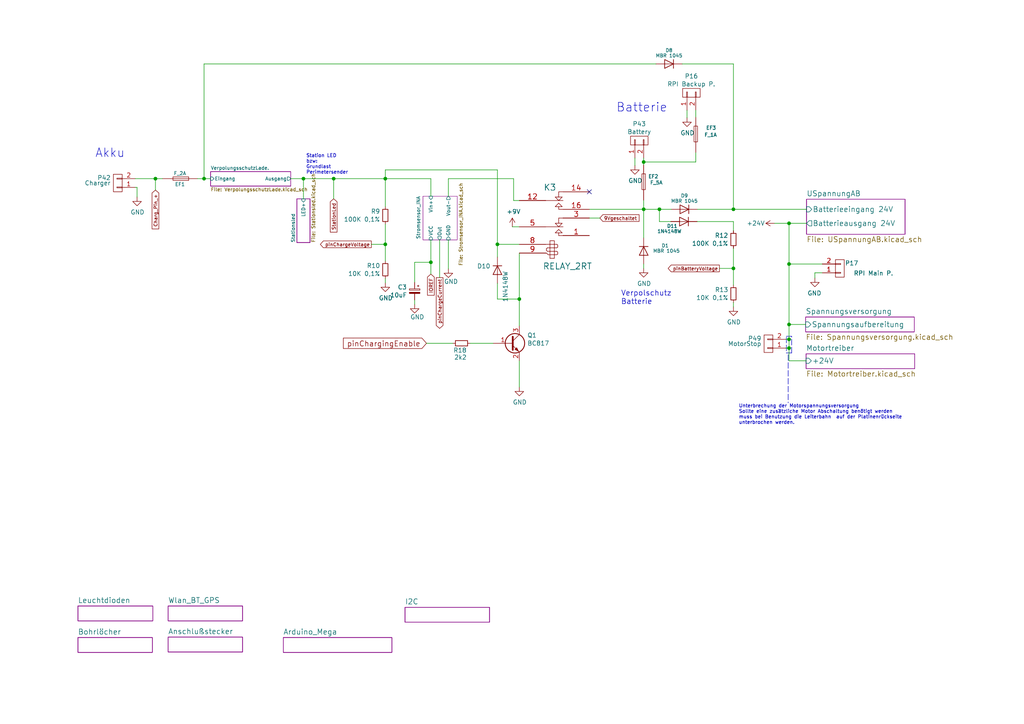
<source format=kicad_sch>
(kicad_sch (version 20220126) (generator eeschema)
  (paper "A4")
  (title_block (title "Ardumower shield SVN Version") (date "2021-01-18") (rev "1.4") (company "ML AG JL BS UZ") (comment 1 "Schaltplan und Layout UweZ") (comment 2 "Unterspannungsschutz von AlexanderG"))
  (lib_symbols
    (symbol "ardumower-mega-shield-svn-rescue:+24V-RESCUE-ardumower_mega_shield_svn" (power) (pin_names (offset 0))
      (property "Value" "+24V-RESCUE-ardumower_mega_shield_svn" (at 0 3.556 0))
      (symbol "+24V-RESCUE-ardumower_mega_shield_svn_0_1"
        (polyline (pts (xy -0.762 1.27) (xy 0 2.54)))
        (polyline (pts (xy 0 0) (xy 0 2.54)))
        (polyline (pts (xy 0 2.54) (xy 0.762 1.27)))
      )
      (symbol "+24V-RESCUE-ardumower_mega_shield_svn_1_1"
        (pin power_in line (at 0 0 90) (length 0) hide (name "+24V") (number "1"))
      )
    )
    (symbol "ardumower-mega-shield-svn-rescue:+9V-RESCUE-ardumower_mega_shield_svn" (power) (pin_names (offset 0))
      (property "Value" "+9V-RESCUE-ardumower_mega_shield_svn" (at 0 3.556 0))
      (symbol "+9V-RESCUE-ardumower_mega_shield_svn_0_1"
        (polyline (pts (xy -0.762 1.27) (xy 0 2.54)))
        (polyline (pts (xy 0 0) (xy 0 2.54)))
        (polyline (pts (xy 0 2.54) (xy 0.762 1.27)))
      )
      (symbol "+9V-RESCUE-ardumower_mega_shield_svn_1_1"
        (pin power_in line (at 0 0 90) (length 0) hide (name "+9V") (number "1"))
      )
    )
    (symbol "ardumower-mega-shield-svn-rescue:1N4148-RESCUE-ardumower_mega_shield_svn" (pin_numbers hide) (pin_names hide)
      (property "Reference" "D" (at 0 2.54 0))
      (property "Value" "1N4148-RESCUE-ardumower_mega_shield_svn" (at 0 -2.54 0))
      (symbol "1N4148-RESCUE-ardumower_mega_shield_svn_0_1"
        (polyline (pts (xy -1.27 1.27) (xy -1.27 -1.27)) (stroke (width 0.2032)))
        (polyline (pts (xy 1.27 0) (xy -1.27 0)))
        (polyline (pts (xy 1.27 1.27) (xy 1.27 -1.27) (xy -1.27 0) (xy 1.27 1.27)) (stroke (width 0.2032)))
      )
      (symbol "1N4148-RESCUE-ardumower_mega_shield_svn_1_1"
        (pin passive line (at -3.81 0 0) (length 2.54) (name "K") (number "1"))
        (pin passive line (at 3.81 0 180) (length 2.54) (name "A") (number "2"))
      )
    )
    (symbol "ardumower-mega-shield-svn-rescue:BC849-RESCUE-ardumower_mega_shield_svn" (pin_names (offset 0) hide)
      (property "Reference" "Q" (at 5.08 1.905 0))
      (property "Value" "BC849-RESCUE-ardumower_mega_shield_svn" (at 5.08 0 0))
      (symbol "BC849-RESCUE-ardumower_mega_shield_svn_0_1"
        (polyline (pts (xy 0.635 0.635) (xy 2.54 2.54)))
        (polyline (pts (xy 0.635 -0.635) (xy 2.54 -2.54) (xy 2.54 -2.54)))
        (polyline (pts (xy 0.635 1.905) (xy 0.635 -1.905) (xy 0.635 -1.905)) (stroke (width 0.508)))
        (polyline (pts (xy 1.27 -1.778) (xy 1.778 -1.27) (xy 2.286 -2.286) (xy 1.27 -1.778) (xy 1.27 -1.778)) (fill (type outline)))
        (circle (center 1.27 0) (radius 2.8194) (stroke (width 0.254)))
      )
      (symbol "BC849-RESCUE-ardumower_mega_shield_svn_1_1"
        (pin input line (at -5.08 0 0) (length 5.715) (name "B") (number "1"))
        (pin passive line (at 2.54 -5.08 90) (length 2.54) (name "E") (number "2"))
        (pin passive line (at 2.54 5.08 270) (length 2.54) (name "C") (number "3"))
      )
    )
    (symbol "ardumower-mega-shield-svn-rescue:CONN_01X02-RESCUE-ardumower_mega_shield_svn" (pin_names hide)
      (property "Reference" "J" (at 0 3.81 0))
      (property "Value" "CONN_01X02-RESCUE-ardumower_mega_shield_svn" (at 2.54 0 90))
      (symbol "CONN_01X02-RESCUE-ardumower_mega_shield_svn_0_1"
        (rectangle (start -1.27 -1.143) (end 0.254 -1.397))
        (rectangle (start -1.27 1.397) (end 0.254 1.143))
        (rectangle (start -1.27 2.54) (end 1.27 -2.54))
      )
      (symbol "CONN_01X02-RESCUE-ardumower_mega_shield_svn_1_1"
        (pin passive line (at -5.08 1.27 0) (length 3.81) (name "P1") (number "1"))
        (pin passive line (at -5.08 -1.27 0) (length 3.81) (name "P2") (number "2"))
      )
    )
    (symbol "ardumower-mega-shield-svn-rescue:CP_Small-RESCUE-ardumower_mega_shield_svn" (pin_numbers hide) (pin_names (offset 0.254) hide)
      (property "Reference" "C" (at 0.254 1.778 0))
      (property "Value" "CP_Small-RESCUE-ardumower_mega_shield_svn" (at 0.254 -2.032 0))
      (symbol "CP_Small-RESCUE-ardumower_mega_shield_svn_0_1"
        (rectangle (start -1.524 -0.3048) (end 1.524 -0.6858) (fill (type outline)))
        (rectangle (start -1.524 0.6858) (end 1.524 0.3048))
        (polyline (pts (xy -1.27 1.524) (xy -0.762 1.524)))
        (polyline (pts (xy -1.016 1.27) (xy -1.016 1.778)))
      )
      (symbol "CP_Small-RESCUE-ardumower_mega_shield_svn_1_1"
        (pin passive line (at 0 2.54 270) (length 1.8542) (name "~") (number "1"))
        (pin passive line (at 0 -2.54 90) (length 1.8542) (name "~") (number "2"))
      )
    )
    (symbol "ardumower-mega-shield-svn-rescue:D-RESCUE-ardumower_mega_shield_svn" (pin_numbers hide) (pin_names hide)
      (property "Reference" "D" (at 0 2.54 0))
      (property "Value" "D-RESCUE-ardumower_mega_shield_svn" (at 0 -2.54 0))
      (symbol "D-RESCUE-ardumower_mega_shield_svn_0_1"
        (polyline (pts (xy -1.27 1.27) (xy -1.27 -1.27)) (stroke (width 0.2032)))
        (polyline (pts (xy 1.27 0) (xy -1.27 0)))
        (polyline (pts (xy 1.27 1.27) (xy 1.27 -1.27) (xy -1.27 0) (xy 1.27 1.27)) (stroke (width 0.2032)))
      )
      (symbol "D-RESCUE-ardumower_mega_shield_svn_1_1"
        (pin passive line (at -3.81 0 0) (length 2.54) (name "K") (number "1"))
        (pin passive line (at 3.81 0 180) (length 2.54) (name "A") (number "2"))
      )
    )
    (symbol "ardumower-mega-shield-svn-rescue:F_10A-RESCUE-ardumower_mega_shield_svn" (pin_numbers hide) (pin_names (offset 0.254))
      (property "Reference" "EF" (at -4.572 2.032 0))
      (property "Value" "F_10A-RESCUE-ardumower_mega_shield_svn" (at -2.54 -2.032 0))
      (symbol "F_10A-RESCUE-ardumower_mega_shield_svn_0_1"
        (polyline (pts (xy 2.032 0) (xy -2.54 0) (xy -2.54 0) (xy -2.54 0)))
        (polyline (pts (xy -2.54 0.508) (xy -2.54 -0.508) (xy 2.032 -0.508) (xy 2.032 0.508) (xy -2.54 0.508) (xy -2.54 0.508)))
      )
      (symbol "F_10A-RESCUE-ardumower_mega_shield_svn_1_1"
        (pin power_in line (at 5.08 0 180) (length 3.048) (name "~") (number "1"))
        (pin power_out line (at -5.08 0 0) (length 2.54) (name "~") (number "2"))
      )
    )
    (symbol "ardumower-mega-shield-svn-rescue:GND-RESCUE-ardumower_mega_shield_svn" (power) (pin_names (offset 0))
      (property "Value" "GND-RESCUE-ardumower_mega_shield_svn" (at 0 -3.81 0))
      (symbol "GND-RESCUE-ardumower_mega_shield_svn_0_1"
        (polyline (pts (xy 0 0) (xy 0 -1.27) (xy 1.27 -1.27) (xy 0 -2.54) (xy -1.27 -1.27) (xy 0 -1.27)))
      )
      (symbol "GND-RESCUE-ardumower_mega_shield_svn_1_1"
        (pin power_in line (at 0 0 270) (length 0) hide (name "GND") (number "1"))
      )
    )
    (symbol "ardumower-mega-shield-svn-rescue:RELAY_2RT-RESCUE-ardumower_mega_shield_svn" (pin_names hide)
      (property "Reference" "K" (at -1.27 10.16 0))
      (property "Value" "RELAY_2RT-RESCUE-ardumower_mega_shield_svn" (at 3.81 -12.7 0))
      (symbol "RELAY_2RT-RESCUE-ardumower_mega_shield_svn_0_1"
        (polyline (pts (xy -2.54 -8.89) (xy -2.286 -8.89)))
        (polyline (pts (xy -2.54 -6.35) (xy -1.27 -6.35)))
        (polyline (pts (xy -2.54 -1.27) (xy 1.27 -1.27)))
        (polyline (pts (xy -2.286 -8.89) (xy -1.778 -9.3726)))
        (polyline (pts (xy -2.286 -8.1026) (xy -2.286 -7.62)))
        (polyline (pts (xy -2.032 -8.382) (xy -2.286 -8.1026)))
        (polyline (pts (xy -2.032 -7.366) (xy -2.286 -7.62)))
        (polyline (pts (xy -1.778 -9.3726) (xy -1.27 -9.3726)))
        (polyline (pts (xy -1.27 -10.414) (xy -1.27 -5.3086)))
        (polyline (pts (xy -1.27 -8.382) (xy -2.032 -8.382)))
        (polyline (pts (xy -1.27 -8.382) (xy 0 -8.382)))
        (polyline (pts (xy -1.27 -7.366) (xy -2.032 -7.366)))
        (polyline (pts (xy -1.27 -6.35) (xy 0 -6.35)))
        (polyline (pts (xy -1.27 -5.3086) (xy 0 -5.3086)))
        (polyline (pts (xy 0 -10.414) (xy -1.27 -10.414)))
        (polyline (pts (xy 0 -9.3726) (xy -1.27 -9.3726)))
        (polyline (pts (xy 0 -9.3726) (xy 0.7366 -9.3726)))
        (polyline (pts (xy 0 -8.382) (xy 0.7366 -8.382)))
        (polyline (pts (xy 0 -7.366) (xy -1.27 -7.366)))
        (polyline (pts (xy 0 -7.366) (xy 0.7366 -7.366)))
        (polyline (pts (xy 0 -6.35) (xy 0.7366 -6.35)))
        (polyline (pts (xy 0 -5.3086) (xy 0 -10.414)))
        (polyline (pts (xy 0.254 -3.0226) (xy 2.2606 -3.0226)))
        (polyline (pts (xy 0.254 -0.2286) (xy 2.2606 -0.2286)))
        (polyline (pts (xy 0.254 4.572) (xy 1.27 5.6134)))
        (polyline (pts (xy 0.254 7.366) (xy 0.9906 7.366)))
        (polyline (pts (xy 0.7366 -9.3726) (xy 0.9906 -9.144)))
        (polyline (pts (xy 0.7366 -8.382) (xy 0.9906 -8.636)))
        (polyline (pts (xy 0.7366 -7.366) (xy 0.9906 -7.112)))
        (polyline (pts (xy 0.7366 -6.35) (xy 0.9906 -6.5786)))
        (polyline (pts (xy 0.9906 -9.144) (xy 0.9906 -8.636)))
        (polyline (pts (xy 0.9906 -6.5786) (xy 0.9906 -7.112)))
        (polyline (pts (xy 0.9906 6.6294) (xy 0.254 7.366)))
        (polyline (pts (xy 0.9906 6.6294) (xy 1.27 6.35)))
        (polyline (pts (xy 0.9906 7.366) (xy 2.2606 7.366)))
        (polyline (pts (xy 1.27 -3.81) (xy 1.27 -3.302)))
        (polyline (pts (xy 1.27 -3.302) (xy 1.27 -3.0226)))
        (polyline (pts (xy 1.27 -2.032) (xy 0.254 -3.0226)))
        (polyline (pts (xy 1.27 -1.27) (xy 0.254 -0.2286)))
        (polyline (pts (xy 1.27 -1.27) (xy 2.54 -1.27)))
        (polyline (pts (xy 1.27 1.27) (xy 1.27 -0.2286)))
        (polyline (pts (xy 1.27 1.27) (xy 2.54 1.27)))
        (polyline (pts (xy 1.27 3.81) (xy 1.27 4.572)))
        (polyline (pts (xy 1.27 3.81) (xy 2.54 3.81)))
        (polyline (pts (xy 1.27 5.6134) (xy 2.2606 4.572)))
        (polyline (pts (xy 1.27 6.35) (xy -2.54 6.35)))
        (polyline (pts (xy 1.27 6.35) (xy 1.524 6.35)))
        (polyline (pts (xy 1.27 8.89) (xy 1.27 7.366)))
        (polyline (pts (xy 1.27 8.89) (xy 2.54 8.89)))
        (polyline (pts (xy 1.524 6.35) (xy 2.54 6.35)))
        (polyline (pts (xy 2.2606 -3.0226) (xy 1.27 -2.032)))
        (polyline (pts (xy 2.2606 -0.2286) (xy 1.27 -1.27)))
        (polyline (pts (xy 2.2606 4.572) (xy 0.254 4.572)))
        (polyline (pts (xy 2.2606 7.366) (xy 1.27 6.35)))
        (polyline (pts (xy 2.54 -3.81) (xy 1.27 -3.81)))
      )
      (symbol "RELAY_2RT-RESCUE-ardumower_mega_shield_svn_1_1"
        (pin passive line (at 10.16 -3.81 180) (length 7.62) (name "T1") (number "1"))
        (pin passive line (at -10.16 6.35 0) (length 7.62) (name "C2") (number "12"))
        (pin passive line (at 10.16 8.89 180) (length 7.62) (name "R2") (number "14"))
        (pin passive line (at 10.16 3.81 180) (length 7.62) (name "T2") (number "16"))
        (pin passive line (at 10.16 1.27 180) (length 7.62) (name "R1") (number "3"))
        (pin passive line (at -10.16 -1.27 0) (length 7.62) (name "C1") (number "5"))
        (pin input line (at -10.16 -6.35 0) (length 7.62) (name "8") (number "8"))
        (pin input line (at -10.16 -8.89 0) (length 7.62) (name "9") (number "9"))
      )
    )
    (symbol "ardumower-mega-shield-svn-rescue:R_Small-RESCUE-ardumower_mega_shield_svn" (pin_numbers hide) (pin_names (offset 0.254) hide)
      (property "Reference" "R" (at 0.762 0.508 0))
      (property "Value" "R_Small-RESCUE-ardumower_mega_shield_svn" (at 0.762 -1.016 0))
      (symbol "R_Small-RESCUE-ardumower_mega_shield_svn_0_1"
        (rectangle (start -0.762 1.778) (end 0.762 -1.778) (stroke (width 0.2032)))
      )
      (symbol "R_Small-RESCUE-ardumower_mega_shield_svn_1_1"
        (pin passive line (at 0 2.54 270) (length 0.762) (name "~") (number "1"))
        (pin passive line (at 0 -2.54 90) (length 0.762) (name "~") (number "2"))
      )
    )
  )
  (junction (at 228.854 64.77) (diameter 0.9144))
  (junction (at 191.262 60.706) (diameter 0.9144))
  (junction (at 96.774 51.816) (diameter 0.9144))
  (junction (at 186.69 46.99) (diameter 0.9144))
  (junction (at 111.76 51.816) (diameter 0.9144))
  (junction (at 150.622 86.741) (diameter 0.9144))
  (junction (at 228.854 94.107) (diameter 0.9144))
  (junction (at 212.725 60.706) (diameter 0.9144))
  (junction (at 228.854 100.965) (diameter 0.9144))
  (junction (at 88.011 51.816) (diameter 0.9144))
  (junction (at 59.182 51.816) (diameter 0.9144))
  (junction (at 144.272 70.866) (diameter 0.9144))
  (junction (at 228.854 98.425) (diameter 0.9144))
  (junction (at 228.854 76.581) (diameter 0.9144))
  (junction (at 124.968 76.073) (diameter 0.9144))
  (junction (at 111.76 70.866) (diameter 0.9144))
  (junction (at 212.725 77.851) (diameter 0.9144))
  (junction (at 45.085 51.816) (diameter 0.9144))
  (junction (at 186.69 60.706) (diameter 0.9144))
  (no_connect (at 170.942 55.626))
  (wire (pts (xy 150.622 73.406) (xy 150.622 86.741)))
  (wire (pts (xy 228.854 94.107) (xy 233.68 94.107)))
  (wire (pts (xy 57.277 51.816) (xy 59.182 51.816)))
  (wire (pts (xy 111.76 49.276) (xy 111.76 51.816)))
  (wire (pts (xy 120.269 76.073) (xy 120.269 81.915)))
  (wire (pts (xy 186.69 76.581) (xy 186.69 77.851)))
  (wire (pts (xy 120.269 86.995) (xy 120.269 88.265)))
  (wire (pts (xy 130.048 69.596) (xy 130.048 77.978)))
  (wire (pts (xy 130.048 51.816) (xy 130.048 56.896)))
  (wire (pts (xy 45.085 51.816) (xy 47.117 51.816)))
  (wire (pts (xy 186.69 58.039) (xy 186.69 60.706)))
  (wire (pts (xy 202.311 60.706) (xy 212.725 60.706)))
  (polyline (pts (xy 228.092 102.362) (xy 229.616 102.362)) (stroke (width 0) (type dash)))
  (wire (pts (xy 127.508 69.596) (xy 127.508 80.518)))
  (wire (pts (xy 186.69 60.706) (xy 186.69 68.961)))
  (wire (pts (xy 212.725 18.542) (xy 212.725 60.706)))
  (wire (pts (xy 194.564 64.262) (xy 191.262 64.262)))
  (polyline (pts (xy 228.6 102.87) (xy 228.6 116.84)) (stroke (width 0) (type dash)))
  (wire (pts (xy 228.854 98.425) (xy 228.854 100.965)))
  (wire (pts (xy 59.182 18.542) (xy 59.182 51.816)))
  (wire (pts (xy 227.965 100.965) (xy 228.854 100.965)))
  (wire (pts (xy 186.69 46.99) (xy 186.69 47.879)))
  (wire (pts (xy 201.803 34.036) (xy 201.803 32.004)))
  (wire (pts (xy 236.347 79.121) (xy 238.506 79.121)))
  (wire (pts (xy 186.69 46.99) (xy 201.803 46.99)))
  (wire (pts (xy 150.622 65.786) (xy 148.59 65.786)))
  (wire (pts (xy 228.854 98.425) (xy 227.965 98.425)))
  (wire (pts (xy 228.854 76.581) (xy 238.506 76.581)))
  (wire (pts (xy 107.696 70.866) (xy 111.76 70.866)))
  (wire (pts (xy 111.76 49.276) (xy 144.272 49.276)))
  (wire (pts (xy 144.272 49.276) (xy 144.272 70.866)))
  (wire (pts (xy 144.272 70.866) (xy 144.272 74.549)))
  (wire (pts (xy 212.725 72.009) (xy 212.725 77.851)))
  (wire (pts (xy 88.011 57.658) (xy 88.011 51.816)))
  (wire (pts (xy 150.622 104.648) (xy 150.622 112.268)))
  (wire (pts (xy 212.725 60.706) (xy 233.934 60.706)))
  (wire (pts (xy 111.76 80.772) (xy 111.76 82.042)))
  (wire (pts (xy 124.968 76.073) (xy 124.968 79.502)))
  (wire (pts (xy 96.774 51.816) (xy 96.774 57.658)))
  (wire (pts (xy 190.246 18.542) (xy 59.182 18.542)))
  (wire (pts (xy 59.182 51.816) (xy 61.087 51.816)))
  (wire (pts (xy 144.272 86.741) (xy 150.622 86.741)))
  (wire (pts (xy 120.269 76.073) (xy 124.968 76.073)))
  (wire (pts (xy 202.184 64.262) (xy 212.725 64.262)))
  (wire (pts (xy 150.622 58.166) (xy 148.971 58.166)))
  (wire (pts (xy 212.725 64.262) (xy 212.725 66.929)))
  (wire (pts (xy 201.803 46.99) (xy 201.803 44.196)))
  (wire (pts (xy 96.774 51.816) (xy 111.76 51.816)))
  (wire (pts (xy 111.76 51.816) (xy 111.76 59.944)))
  (wire (pts (xy 199.263 34.163) (xy 199.263 32.004)))
  (wire (pts (xy 191.262 64.262) (xy 191.262 60.706)))
  (wire (pts (xy 39.751 57.15) (xy 39.751 54.356)))
  (wire (pts (xy 208.661 77.851) (xy 212.725 77.851)))
  (polyline (pts (xy 229.616 102.362) (xy 229.616 97.536)) (stroke (width 0) (type dash)))
  (wire (pts (xy 224.663 64.77) (xy 228.854 64.77)))
  (wire (pts (xy 111.76 51.816) (xy 124.968 51.816)))
  (wire (pts (xy 184.15 48.006) (xy 184.15 45.847)))
  (wire (pts (xy 228.854 64.77) (xy 228.854 76.581)))
  (wire (pts (xy 228.854 100.965) (xy 228.854 104.648)))
  (wire (pts (xy 186.69 60.706) (xy 191.262 60.706)))
  (wire (pts (xy 170.942 60.706) (xy 186.69 60.706)))
  (wire (pts (xy 197.866 18.542) (xy 212.725 18.542)))
  (wire (pts (xy 111.76 70.866) (xy 111.76 75.692)))
  (wire (pts (xy 123.698 99.568) (xy 131.318 99.568)))
  (wire (pts (xy 236.347 80.645) (xy 236.347 79.121)))
  (wire (pts (xy 228.854 94.107) (xy 228.854 98.425)))
  (wire (pts (xy 144.272 82.169) (xy 144.272 86.741)))
  (wire (pts (xy 150.622 86.741) (xy 150.622 94.488)))
  (wire (pts (xy 88.011 51.816) (xy 96.774 51.816)))
  (polyline (pts (xy 228.092 97.79) (xy 228.092 102.362)) (stroke (width 0) (type dash)))
  (wire (pts (xy 136.398 99.568) (xy 143.002 99.568)))
  (wire (pts (xy 170.942 63.246) (xy 173.99 63.246)))
  (wire (pts (xy 212.725 87.757) (xy 212.725 89.027)))
  (polyline (pts (xy 228.092 97.536) (xy 229.616 97.536)) (stroke (width 0) (type dash)))
  (wire (pts (xy 84.328 51.816) (xy 88.011 51.816)))
  (wire (pts (xy 39.751 54.356) (xy 39.243 54.356)))
  (wire (pts (xy 130.048 51.816) (xy 148.971 51.816)))
  (wire (pts (xy 144.272 70.866) (xy 150.622 70.866)))
  (wire (pts (xy 148.971 51.816) (xy 148.971 58.166)))
  (wire (pts (xy 191.262 60.706) (xy 194.691 60.706)))
  (wire (pts (xy 124.968 69.596) (xy 124.968 76.073)))
  (wire (pts (xy 186.69 45.847) (xy 186.69 46.99)))
  (wire (pts (xy 111.76 65.024) (xy 111.76 70.866)))
  (wire (pts (xy 124.968 51.816) (xy 124.968 56.896)))
  (wire (pts (xy 212.725 82.677) (xy 212.725 77.851)))
  (wire (pts (xy 228.854 104.648) (xy 233.807 104.648)))
  (wire (pts (xy 45.085 51.816) (xy 45.085 55.118)))
  (wire (pts (xy 228.854 64.77) (xy 233.934 64.77)))
  (wire (pts (xy 39.243 51.816) (xy 45.085 51.816)))
  (wire (pts (xy 228.854 76.581) (xy 228.854 94.107)))
  (text "[21:36:55] Kurzschuss - Uwe: gut dan warte ich nochmal mit den widerständen bis du soweit bist\n[21:38:22] Kurzschuss - Uwe: Dann mache ich nur die andern Änderungen mit dem DHT22 dropsensoren usw und warte dann erst mal ab. wenn ich es habe lade ich dann hoch\n[21:38:26] Jürgen Lange: überall wo level shifter dran sind kannst du die Dioden und den widerstand wegmachen\n[21:39:37] Kurzschuss - Uwe: da warte ich erst mal wo dann noch ein widerstand dazukommt. das wird dann ein Aufwasch\n\n\n\nwenn du da gerade dran bist die ganzen reserve dinger AD7, pinOdometriyRight2 etc hast du auf iOREF versorgt da solltest du 5V dran machen da bleiben dann auch die Dioden und der widerstand\nich sehe gerade das bei den Odemetrie pin der Spannungsanschluss auf iorf liegt. Dazwischen ist dann noch der ODoteiler und der Levelshifter.\nIch vermute mal das die odemetriepins auch auf 5V müssen damit der Odoteiler richtig arbeitetein klaaaaaaares ja" (at 10.16 246.634 0) (effects (font (size 2.0066 2.0066)) (justify left bottom)))
  (text "Station LED\nbzw:\nGrundlast\nPerimetersender" (at 88.773 50.673 0) (effects (font (size 0.9906 0.9906)) (justify left bottom)))
  (text "Verpolschutz\nBatterie" (at 180.086 88.519 0) (effects (font (size 1.524 1.524)) (justify left bottom)))
  (text "Unterbrechung der Motorspannungsversorgung\nSollte eine zusätzliche Motor Abschaltung benötigt werden\nmuss bei Benutzung die Leiterbahn  auf der Platinenrückseite\nunterbrochen werden.\n\n" (at 214.249 124.841 0) (effects (font (size 0.991 0.991)) (justify left bottom)))
  (text "[20:50:34 | Bearbeitet 20:51:30] Jürgen Lange: setze für den dcdc einen 78s05 ein oder die die ich auf der BumperDuino nehme LM2940CS-5.0 um das bt zuversorgen für die Versorgung vom wlan einen 3,3v low drop\n[20:51:20] Kurzschuss - Uwe: also die 5V nicht vom Mega holen bzw die 3,3V\n[20:51:44] Jürgen Lange: für bt und wlan nicht\n[20:51:54] Jürgen Lange: für den rest okay\n[20:52:01] Kurzschuss - Uwe: okay\n[20:53:21] Jürgen Lange: setze bei allen Wandlern ob dcdc oder 78xx revers Dioden und rückführ Dioden die 78xx oder ähnlich kommen gleich vom 9v dcdc\n[20:54:26] Kurzschuss - Uwe: Ich übernehme die Schaltung vom Bumberduino\n\n\n\n[11:55:48] Jürgen Lange: im Klartext die Spannungen vom längsregler nur für Versorgung von bt etc nehmen gaaaaanz wichtig sonst haust du den due weg wenn jemand den usb stecker steckt\n[11:56:29] Jürgen Lange: der mega könnte auch aufgeben aber das habe ich noch nicht geprüft" (at 351.028 70.866 0) (effects (font (size 2.9972 2.9972)) (justify left bottom)))
  (text "Kontrolle Funktion Ultraschall\nKontrolle RC Fernbedienung\nKontrolle Unterspannunsabschaltung ob sie mit 3V an bleibt\nRelais schaltung ändern damit nur noch 1 Relais notwendig ist\nUDN 2981 ersetzen durch SMD Bauteil evl TD 62783 AFWG :: Treiber-IC, SO-18W\nOdemetrie kontrollieren\nIC2 Bus Kontrollieren\nSpannungsaufbereitung evl ändern mit anderen DC wandlern bis 30V\n\nBauteile siehe Links" (at -149.098 35.941 0) (effects (font (size 2.0066 2.0066)) (justify left bottom)))
  (text "Akku\n" (at 27.559 45.974 0) (effects (font (size 2.5146 2.5146)) (justify left bottom)))
  (text "LED Rechner:\nhttp://www.elektronik-kompendium.de/sites/bau/1109111.htm\n\nZ-Dioden Rechner:\nhttp://www.dieelektronikerseite.de/Tools/Zenerdiode.htm" (at 73.152 -8.89 0) (effects (font (size 1.524 1.524)) (justify left bottom)))
  (text "Batterie\n" (at 178.689 32.766 0) (effects (font (size 2.5146 2.5146)) (justify left bottom)))
  (text "https://www.reichelt.de/ICs-TLC-TSA-/TS-2940-CP33/3/index.html?ACTION=3&LA=5700&ARTICLE=115975&GROUPID=5480&artnr=TS+2940+CP33\n\nhttps://www.reichelt.de/ICs-TLC-TSA-/TS-2940-CP50/3/index.html?ACTION=3&LA=5700&ARTICLE=115976&GROUPID=5480&artnr=TS+2940+CP50\n\nhttps://www.reichelt.de/ICs-TA-TL-/TD-62783-AFWG/3/index.html?ACTION=3&LA=446&ARTICLE=188954&GROUPID=5479&artnr=TD+62783+AFWG&SEARCH=TD62783" (at -150.114 -3.302 0) (effects (font (size 1.4986 1.4986)) (justify left bottom)))
  (text "LED Anzeigen - Hardware:\n\nLed 3V grün -   Betriebsanzeige Versorgungsspannung\nLED 24V grün - Betriebsanzeige Versorgungsspannung R2 für 12 V anpassen\nLED 5V grün -   Betriebsanzeige Versorgungsspannung\nLED Station - gelb - Statusanzeige ob Mover in Ladestation\n\n----------------------------------------------------------\n\nLED Anzeigen - Software:\n\nDual LED z.B:\nDual LED grün. Dauerlicht - Mover innerhalb Perimeter\nDual LED grün+rot = Orange - Dauerlicht Mover außerhalb Perimeter\nDual LED grün+rot = Orange - Blinkt Mover findet  Perimeter nicht oder sucht danach\nDual LED rot =  Blinkt Fehler kurzseitig Überlast Antriebmotor Treibe oder Mähmotor. \nDual LED rot - Dauerlicht - Fehler muß für weiterfahren durch drücken \nvon Button zurückgesetzt werden\n----------------------------------------------------------\n\nLED Status - grün Dauerlicht - warte auf Eingabe\n\nLED Status - grün blinken 1 bis 5 mal hintereinander\nmit länger Pause dazwischen für Anzeige in welchen\nBetriebsmodi sich der Mover befindet" (at 229.997 -11.43 0) (effects (font (size 1.524 1.524)) (justify left bottom)))
  (global_label "pinChargeVoltage" (shape output) (at 107.696 70.866 180) (effects (font (size 0.9906 0.9906))) (property "Intersheet References" "${INTERSHEET_REFS}" (effects hide)))
  (global_label "StationLed" (shape input) (at 96.774 57.658 270) (effects (font (size 0.9906 0.9906))) (property "Intersheet References" "${INTERSHEET_REFS}" (effects hide)))
  (global_label "9Vgeschaltet" (shape input) (at 173.99 63.246 0) (effects (font (size 0.9906 0.9906))) (property "Intersheet References" "${INTERSHEET_REFS}" (effects hide)))
  (global_label "pinChargeCurrent" (shape output) (at 127.508 80.518 270) (effects (font (size 0.9906 0.9906))) (property "Intersheet References" "${INTERSHEET_REFS}" (effects hide)))
  (global_label "pinBatteryVoltage" (shape output) (at 208.661 77.851 180) (effects (font (size 0.9906 0.9906))) (property "Intersheet References" "${INTERSHEET_REFS}" (effects hide)))
  (global_label "pinChargingEnable" (shape input) (at 123.698 99.568 180) (effects (font (size 1.524 1.524))) (property "Intersheet References" "${INTERSHEET_REFS}" (effects hide)))
  (global_label "IOREF" (shape input) (at 124.968 79.502 270) (effects (font (size 0.9906 0.9906))) (property "Intersheet References" "${INTERSHEET_REFS}" (effects hide)))
  (global_label "Charg_Pin_+" (shape input) (at 45.085 55.118 270) (effects (font (size 0.9906 0.9906))) (property "Intersheet References" "${INTERSHEET_REFS}" (effects hide)))
  (symbol (lib_id "ardumower-mega-shield-svn-rescue:RELAY_2RT-RESCUE-ardumower_mega_shield_svn") (at 160.782 64.516 0) (unit 1)
    (property "Reference" "K3" (at 159.512 54.356 0) (effects (font (size 1.778 1.778))))
    (property "Value" "RELAY_2RT" (at 164.592 77.216 0) (effects (font (size 1.778 1.778))))
    (property "Footprint" "Zimprich:Relais_DPDT_Schrack-RT2_RM5mm_3D_Kontaktbelegung_geändert_FIN40.52.9_6V" (effects hide))
    (property "Bestellnummer" "R: FIN 40.52.9 24V / R: FIN 40.52.9 12V / R: FIN 40.52.9 6V / R: FIN 95.15.2" (effects hide))
    (property "Bestelllink" "http://www.reichelt.de/Print-Steckrelais/FIN-40-52-9-6V/3/index.html?&ACTION=3&LA=2&ARTICLE=8108&GROUPID=3293&artnr=FIN+40.52.9+6V" (effects hide))
    (property "Bestücken (Assemble)" "NEIN (NO)" (effects hide))
  )
  (symbol (lib_id "ardumower-mega-shield-svn-rescue:F_10A-RESCUE-ardumower_mega_shield_svn") (at 52.197 51.816 180) (unit 1)
    (property "Reference" "EF1" (at 52.197 53.467 0) (effects (font (size 1.016 1.016))))
    (property "Value" "F_2A" (at 52.197 50.292 0) (effects (font (size 1.016 1.016))))
    (property "Footprint" "Zimprich:Fuse_SMD" (effects hide))
    (property "Bestelllink" "https://www.reichelt.de/SMD-Sicherungen/OMT-125-3-5A/3/index.html?ACTION=3&LA=446&ARTICLE=52972&GROUPID=7660&artnr=OMT+125+3%2C5A&SEARCH=smd%2Bsicherung%2B125" (effects hide))
    (property "Technische Daten" "OMH 125 HALTER SMD-Sicherungshalter für OMT-125" (effects hide))
    (property "Bestellnummer" "R: OMH 125 HALTER" (effects hide))
    (property "Funktion" "OMH 125 HALTER SMD-Sicherungshalter für OMT-125" (effects hide))
    (property "Hersteller" "Value" (effects hide))
    (property "Hersteller Bestellnummer" "Value" (effects hide))
    (property "JLCPCB LCSC Part" "C182313" (effects hide))
  )
  (symbol (lib_id "ardumower-mega-shield-svn-rescue:F_10A-RESCUE-ardumower_mega_shield_svn") (at 186.69 52.959 270) (unit 1)
    (property "Reference" "EF2" (at 189.484 51.181 90) (effects (font (size 1.016 1.016))))
    (property "Value" "F_5A" (at 190.373 52.959 90) (effects (font (size 1.016 1.016))))
    (property "Footprint" "Zimprich:Fuse_SMD" (effects hide))
    (property "Bestelllink" "https://www.reichelt.de/SMD-Sicherungen/OMT-125-3-5A/3/index.html?ACTION=3&LA=446&ARTICLE=52972&GROUPID=7660&artnr=OMT+125+3%2C5A&SEARCH=smd%2Bsicherung%2B125" (effects hide))
    (property "Technische Daten" "OMH 125 HALTER SMD-Sicherungshalter für OMT-125" (effects hide))
    (property "Bestellnummer" "R: OMH 125 HALTER" (effects hide))
    (property "Funktion" "OMH 125 HALTER SMD-Sicherungshalter für OMT-125" (effects hide))
    (property "Hersteller" "Value" (effects hide))
    (property "Hersteller Bestellnummer" "Value" (effects hide))
    (property "JLCPCB LCSC Part" "C312012" (effects hide))
  )
  (symbol (lib_id "ardumower-mega-shield-svn-rescue:GND-RESCUE-ardumower_mega_shield_svn") (at 150.622 112.268 0) (unit 1)
    (property "Reference" "#PWR01" (effects hide))
    (property "Value" "GND" (at 150.749 116.6622 0))
  )
  (symbol (lib_id "ardumower-mega-shield-svn-rescue:GND-RESCUE-ardumower_mega_shield_svn") (at 111.76 82.042 0) (unit 1)
    (property "Reference" "#PWR02" (effects hide))
    (property "Value" "GND" (at 111.887 86.4362 0))
  )
  (symbol (lib_id "ardumower-mega-shield-svn-rescue:GND-RESCUE-ardumower_mega_shield_svn") (at 39.751 57.15 0) (unit 1)
    (property "Reference" "#PWR03" (effects hide))
    (property "Value" "GND" (at 39.878 61.5442 0))
  )
  (symbol (lib_id "ardumower-mega-shield-svn-rescue:GND-RESCUE-ardumower_mega_shield_svn") (at 184.15 48.006 0) (unit 1)
    (property "Reference" "#PWR04" (effects hide))
    (property "Value" "GND" (at 184.277 52.4002 0))
  )
  (symbol (lib_id "ardumower-mega-shield-svn-rescue:+24V-RESCUE-ardumower_mega_shield_svn") (at 224.663 64.77 90) (unit 1)
    (property "Reference" "#PWR05" (effects hide))
    (property "Value" "+24V" (at 219.202 64.77 90))
  )
  (symbol (lib_id "ardumower-mega-shield-svn-rescue:CONN_01X02-RESCUE-ardumower_mega_shield_svn") (at 185.42 40.767 90) (unit 1)
    (property "Reference" "P43" (at 185.42 35.941 90))
    (property "Value" "Battery" (at 185.42 38.227 90))
    (property "Footprint" "Zimprich:Anschlussklemme_RM5,08-RM7,62" (effects hide))
    (property "Bestellnummer" "Value" (effects hide))
    (property "Bestücken (Assemble)" "NEIN (NO)" (effects hide))
  )
  (symbol (lib_id "ardumower-mega-shield-svn-rescue:CONN_01X02-RESCUE-ardumower_mega_shield_svn") (at 34.163 53.086 180) (unit 1)
    (property "Reference" "P42" (at 32.131 51.562 0) (effects (justify left)))
    (property "Value" "Charger" (at 32.131 53.086 0) (effects (justify left)))
    (property "Footprint" "Zimprich:Anschlussklemme_RM5,08-RM7,62" (effects hide))
    (property "Bestellnummer" "Value" (effects hide))
    (property "Bestücken (Assemble)" "NEIN (NO)" (effects hide))
  )
  (symbol (lib_id "ardumower-mega-shield-svn-rescue:GND-RESCUE-ardumower_mega_shield_svn") (at 130.048 77.978 0) (unit 1)
    (property "Reference" "#PWR06" (effects hide))
    (property "Value" "GND" (at 130.81 81.661 0))
  )
  (symbol (lib_id "ardumower-mega-shield-svn-rescue:CP_Small-RESCUE-ardumower_mega_shield_svn") (at 120.269 84.455 0) (mirror y) (unit 1)
    (property "Reference" "C3" (at 118.0338 83.2866 0) (effects (justify left)))
    (property "Value" "10uF" (at 118.0338 85.598 0) (effects (justify left)))
    (property "Footprint" "Zimprich:Elko_vert_11.2x6.3mm_RM2.5_RM5.0" (effects hide))
    (property "Bestellnummer" "Value" (effects hide))
  )
  (symbol (lib_id "ardumower-mega-shield-svn-rescue:GND-RESCUE-ardumower_mega_shield_svn") (at 120.269 88.265 0) (unit 1)
    (property "Reference" "#PWR07" (effects hide))
    (property "Value" "GND" (at 121.031 91.948 0))
  )
  (symbol (lib_id "ardumower-mega-shield-svn-rescue:GND-RESCUE-ardumower_mega_shield_svn") (at 212.725 89.027 0) (unit 1)
    (property "Reference" "#PWR08" (effects hide))
    (property "Value" "GND" (at 212.852 93.4212 0))
  )
  (symbol (lib_id "ardumower-mega-shield-svn-rescue:R_Small-RESCUE-ardumower_mega_shield_svn") (at 212.725 69.469 0) (mirror y) (unit 1)
    (property "Reference" "R12" (at 211.2264 68.3006 0) (effects (justify left)))
    (property "Value" "100K 0,1%" (at 211.2264 70.612 0) (effects (justify left)))
    (property "Footprint" "Resistors_SMD:R_1206" (effects hide))
    (property "Datasheet" "http://cdn-reichelt.de/documents/datenblatt/B400/DS_NICC_SERIE_NTR.pdf" (effects hide))
    (property "Gehäuseart" "1206" (effects hide))
    (property "Bestelllink" "https://www.reichelt.de/SMD-1206-von-1-bis-910-kOhm/SPR-1206-100K/3/index.html?ACTION=3&LA=446&ARTICLE=123458&GROUPID=7974&artnr=SPR-1206+100K&SEARCH=spr-1206%2B100k" (effects hide))
    (property "Technische Daten" "SMD-Chipwiderstand 1206, 100 kOhm, 0,1%" (effects hide))
    (property "Bestellnummer" "R: SPR-1206 100K" (effects hide))
    (property "Funktion" "SMD-Chipwiderstand 1206, 100 kOhm, 0,1%" (effects hide))
    (property "Hersteller" "Value" (effects hide))
    (property "Hersteller Bestellnummer" "Value" (effects hide))
    (property "JLCPCB LCSC Part" "C95527" (effects hide))
  )
  (symbol (lib_id "ardumower-mega-shield-svn-rescue:R_Small-RESCUE-ardumower_mega_shield_svn") (at 212.725 85.217 0) (mirror y) (unit 1)
    (property "Reference" "R13" (at 211.2518 84.0486 0) (effects (justify left)))
    (property "Value" "10K 0,1%" (at 211.2518 86.36 0) (effects (justify left)))
    (property "Footprint" "Resistors_SMD:R_1206" (effects hide))
    (property "Datasheet" "http://cdn-reichelt.de/documents/datenblatt/B400/DS_NICC_SERIE_NTR.pdf" (effects hide))
    (property "Gehäuseart" "1206" (effects hide))
    (property "Bestelllink" "https://www.reichelt.de/SMD-1206-von-1-bis-910-kOhm/SPR-1206-10-0K/3/index.html?ACTION=3&LA=446&ARTICLE=123435&GROUPID=7974&artnr=SPR-1206+10%2C0K&SEARCH=spr-1206%2B10%252C0k" (effects hide))
    (property "Technische Daten" "SMD-Chipwiderstand 1206, 10,0 kOhm, 0,1%" (effects hide))
    (property "Bestellnummer" "R: SPR-1206 10,0K" (effects hide))
    (property "Funktion" "SMD chip resistor 1206, 10.0 kOhms, 0.1%" (effects hide))
    (property "Hersteller" "Value" (effects hide))
    (property "Hersteller Bestellnummer" "Value" (effects hide))
    (property "JLCPCB LCSC Part" "C95519" (effects hide))
  )
  (symbol (lib_id "ardumower-mega-shield-svn-rescue:D-RESCUE-ardumower_mega_shield_svn") (at 198.501 60.706 180) (unit 1)
    (property "Reference" "D9" (at 198.501 56.769 0) (effects (font (size 0.9906 0.9906))))
    (property "Value" "MBR 1045" (at 198.501 58.293 0) (effects (font (size 0.9906 0.9906))))
    (property "Footprint" "Diodes_ThroughHole:Diode_TO-220_Vertical" (effects hide))
    (property "Datasheet" "Value" (effects hide))
    (property "Gehäuseart" "TO-220AC " (effects hide))
    (property "Bestelllink" "https://www.reichelt.de/schottkydiode-45-v-10-a-to-220ac-mbr-1045-p41944.html?&trstct=pos_0&nbc=1" (effects hide))
    (property "Technische Daten" "Schottkydiode, 45 V, 10 A, TO-220AC" (effects hide))
    (property "Bestellnummer" "R: MBR 1045" (effects hide))
    (property "Bestücken (Assemble)" "NEIN (NO)" (effects hide))
  )
  (symbol (lib_id "ardumower-mega-shield-svn-rescue:D-RESCUE-ardumower_mega_shield_svn") (at 186.69 72.771 270) (unit 1)
    (property "Reference" "D1" (at 192.913 71.247 90) (effects (font (size 0.9906 0.9906))))
    (property "Value" "MBR 1045" (at 193.294 72.771 90) (effects (font (size 0.9906 0.9906))))
    (property "Footprint" "Diodes_ThroughHole:Diode_TO-220_Vertical" (effects hide))
    (property "Datasheet" "Value" (effects hide))
    (property "Gehäuseart" "TO-220AC " (effects hide))
    (property "Bestelllink" "https://www.reichelt.de/schottkydiode-45-v-10-a-to-220ac-mbr-1045-p41944.html?&trstct=pos_0&nbc=1" (effects hide))
    (property "Technische Daten" "Schottkydiode, 45 V, 10 A, TO-220AC" (effects hide))
    (property "Bestellnummer" "R: MBR 1045" (effects hide))
    (property "Bestücken (Assemble)" "NEIN (NO)" (effects hide))
  )
  (symbol (lib_id "ardumower-mega-shield-svn-rescue:GND-RESCUE-ardumower_mega_shield_svn") (at 186.69 77.851 0) (unit 1)
    (property "Reference" "#PWR09" (effects hide))
    (property "Value" "GND" (at 186.817 82.2452 0))
  )
  (symbol (lib_id "ardumower-mega-shield-svn-rescue:BC849-RESCUE-ardumower_mega_shield_svn") (at 148.082 99.568 0) (unit 1)
    (property "Reference" "Q1" (at 152.9334 97.2566 0) (effects (justify left)))
    (property "Value" "BC817" (at 152.9334 99.568 0) (effects (justify left)))
    (property "Footprint" "TO_SOT_Packages_SMD:SOT-23" (effects hide))
    (property "Gehäuseart" "SOT-23" (effects hide))
    (property "Bestelllink" "https://www.reichelt.de/SB-SKE-4F-Dioden/S-1G-SMD/3/index.html?ACTION=3&LA=446&ARTICLE=95354&GROUPID=2991&artnr=S+1G+SMD&SEARCH=S%2B1G%2BSMD" (effects hide))
    (property "Technische Daten" "Transistor SMD NPN SOT-23 45 V 0.5 A 0.25 W" (effects hide))
    (property "Bestellnummer" "R: BC 817-40 SMD" (effects hide))
    (property "JLCPCB LCSC Part" "C118725" (effects hide))
  )
  (symbol (lib_id "ardumower-mega-shield-svn-rescue:CONN_01X02-RESCUE-ardumower_mega_shield_svn") (at 222.885 99.695 180) (unit 1)
    (property "Reference" "P49" (at 220.853 98.171 0) (effects (justify left)))
    (property "Value" "MotorStop" (at 220.853 99.695 0) (effects (justify left)))
    (property "Footprint" "Terminal_Blocks:TerminalBlock_Pheonix_MKDS1.5-2pol" (effects hide))
    (property "Bestellnummer" "Value" (effects hide))
    (property "Bestücken (Assemble)" "NEIN (NO)" (effects hide))
  )
  (symbol (lib_id "ardumower-mega-shield-svn-rescue:R_Small-RESCUE-ardumower_mega_shield_svn") (at 133.858 99.568 90) (mirror x) (unit 1)
    (property "Reference" "R18" (at 135.382 101.6 90) (effects (justify left)))
    (property "Value" "2k2" (at 135.382 103.632 90) (effects (justify left)))
    (property "Footprint" "Zimprich:R_0603" (effects hide))
    (property "Gehäuseart" "0603" (effects hide))
    (property "Bestelllink" "https://www.reichelt.de/smd-widerstand-0603-2-2-kohm-100-mw-1--rnd-0603-1-2-2k-p183061.html?GROUPID=7968&SEARCH=0603%2B2%252C2k&&r=1" (effects hide))
    (property "Technische Daten" "SMD-Widerstand, 0603, 2,2 kOhm, 100 mW, 1%" (effects hide))
    (property "Bestellnummer" "R: RND 0603 1 2,2K" (effects hide))
    (property "Funktion" "SMD-Widerstand, 0603, 2,2 kOhm, 100 mW, 1%" (effects hide))
    (property "Hersteller" "Value" (effects hide))
    (property "Hersteller Bestellnummer" "Value" (effects hide))
    (property "JLCPCB LCSC Part" "C4190" (effects hide))
  )
  (symbol (lib_id "ardumower-mega-shield-svn-rescue:F_10A-RESCUE-ardumower_mega_shield_svn") (at 201.803 39.116 270) (unit 1)
    (property "Reference" "EF3" (at 206.248 37.084 90) (effects (font (size 1.016 1.016))))
    (property "Value" "F_1A" (at 206.121 39.116 90) (effects (font (size 1.016 1.016))))
    (property "Footprint" "Zimprich:Fuse_SMD" (effects hide))
    (property "Bestelllink" "https://www.reichelt.de/SMD-Sicherungen/OMT-125-3-5A/3/index.html?ACTION=3&LA=446&ARTICLE=52972&GROUPID=7660&artnr=OMT+125+3%2C5A&SEARCH=smd%2Bsicherung%2B125" (effects hide))
    (property "Technische Daten" "OMH 125 HALTER SMD-Sicherungshalter für OMT-125" (effects hide))
    (property "Bestellnummer" "R: OMH 125 HALTER" (effects hide))
    (property "Funktion" "OMH 125 HALTER SMD-Sicherungshalter für OMT-125" (effects hide))
    (property "Hersteller" "Value" (effects hide))
    (property "Hersteller Bestellnummer" "Value" (effects hide))
    (property "JLCPCB LCSC Part" "C312004" (effects hide))
  )
  (symbol (lib_id "ardumower-mega-shield-svn-rescue:GND-RESCUE-ardumower_mega_shield_svn") (at 199.263 34.163 0) (unit 1)
    (property "Reference" "#PWR010" (effects hide))
    (property "Value" "GND" (at 199.39 38.5572 0))
  )
  (symbol (lib_id "ardumower-mega-shield-svn-rescue:CONN_01X02-RESCUE-ardumower_mega_shield_svn") (at 200.533 26.924 90) (unit 1)
    (property "Reference" "P16" (at 200.533 22.098 90))
    (property "Value" "RPI Backup P." (at 200.533 24.384 90))
    (property "Footprint" "Terminal_Blocks:TerminalBlock_Pheonix_MKDS1.5-2pol" (effects hide))
    (property "Bestellnummer" "Value" (effects hide))
    (property "Hersteller" "Value" (effects hide))
    (property "Hersteller Bestellnummer" "Value" (effects hide))
    (property "Bestücken (Assemble)" "NEIN (NO)" (effects hide))
  )
  (symbol (lib_id "ardumower-mega-shield-svn-rescue:GND-RESCUE-ardumower_mega_shield_svn") (at 236.347 80.645 0) (mirror y) (unit 1)
    (property "Reference" "#PWR011" (effects hide))
    (property "Value" "GND" (at 236.22 85.0392 0))
  )
  (symbol (lib_id "ardumower-mega-shield-svn-rescue:CONN_01X02-RESCUE-ardumower_mega_shield_svn") (at 243.586 77.851 0) (mirror x) (unit 1)
    (property "Reference" "P17" (at 247.015 76.327 0))
    (property "Value" "RPI Main P." (at 253.365 79.248 0))
    (property "Footprint" "Terminal_Blocks:TerminalBlock_Pheonix_MKDS1.5-2pol" (effects hide))
    (property "Bestellnummer" "Value" (effects hide))
    (property "Hersteller" "Value" (effects hide))
    (property "Hersteller Bestellnummer" "Value" (effects hide))
    (property "Bestücken (Assemble)" "NEIN (NO)" (effects hide))
  )
  (symbol (lib_id "ardumower-mega-shield-svn-rescue:D-RESCUE-ardumower_mega_shield_svn") (at 194.056 18.542 180) (unit 1)
    (property "Reference" "D8" (at 194.056 14.605 0) (effects (font (size 0.9906 0.9906))))
    (property "Value" "MBR 1045" (at 194.056 16.129 0) (effects (font (size 0.9906 0.9906))))
    (property "Footprint" "Zimprich:MBR1045" (effects hide))
    (property "Datasheet" "Value" (effects hide))
    (property "Gehäuseart" "TO-220AC" (effects hide))
    (property "Bestelllink" "https://www.reichelt.de/schottkydiode-45-v-10-a-to-220ac-mbr-1045-p41944.html?&trstct=pos_0&nbc=1" (effects hide))
    (property "Technische Daten" "Schottkydiode, 45 V, 10 A, TO-220AC" (effects hide))
    (property "Bestellnummer" "R: MBR 1045" (effects hide))
    (property "Funktion" "Schottkydiode, 45 V, 10 A, TO-220AC" (effects hide))
    (property "Hersteller" "Value" (effects hide))
    (property "Hersteller Bestellnummer" "Value" (effects hide))
    (property "Reichelt-Bestellnummer" "R: MBR 1045" (effects hide))
  )
  (symbol (lib_id "ardumower-mega-shield-svn-rescue:R_Small-RESCUE-ardumower_mega_shield_svn") (at 111.76 78.232 0) (mirror y) (unit 1)
    (property "Reference" "R10" (at 110.2868 77.0636 0) (effects (justify left)))
    (property "Value" "10K 0,1%" (at 110.2868 79.375 0) (effects (justify left)))
    (property "Footprint" "Resistors_SMD:R_1206" (effects hide))
    (property "Datasheet" "http://cdn-reichelt.de/documents/datenblatt/B400/DS_NICC_SERIE_NTR.pdf" (effects hide))
    (property "Gehäuseart" "1206" (effects hide))
    (property "Bestelllink" "https://www.reichelt.de/SMD-1206-von-1-bis-910-kOhm/SPR-1206-10-0K/3/index.html?ACTION=3&LA=446&ARTICLE=123435&GROUPID=7974&artnr=SPR-1206+10%2C0K&SEARCH=spr-1206%2B10%252C0k" (effects hide))
    (property "Technische Daten" "SMD-Chipwiderstand 1206, 10,0 kOhm, 0,1%" (effects hide))
    (property "Bestellnummer" "R: SPR-1206 10,0K" (effects hide))
    (property "Funktion" "SMD chip resistor 1206, 10.0 kOhms, 0.1%" (effects hide))
    (property "Hersteller" "Value" (effects hide))
    (property "Hersteller Bestellnummer" "Value" (effects hide))
    (property "JLCPCB LCSC Part" "C95519" (effects hide))
  )
  (symbol (lib_id "ardumower-mega-shield-svn-rescue:R_Small-RESCUE-ardumower_mega_shield_svn") (at 111.76 62.484 0) (mirror y) (unit 1)
    (property "Reference" "R9" (at 110.2614 61.3156 0) (effects (justify left)))
    (property "Value" "100K 0,1%" (at 110.2614 63.627 0) (effects (justify left)))
    (property "Footprint" "Resistors_SMD:R_1206" (effects hide))
    (property "Datasheet" "http://cdn-reichelt.de/documents/datenblatt/B400/DS_NICC_SERIE_NTR.pdf" (effects hide))
    (property "Gehäuseart" "1206" (effects hide))
    (property "Bestelllink" "https://www.reichelt.de/SMD-1206-von-1-bis-910-kOhm/SPR-1206-100K/3/index.html?ACTION=3&LA=446&ARTICLE=123458&GROUPID=7974&artnr=SPR-1206+100K&SEARCH=spr-1206%2B100k" (effects hide))
    (property "Technische Daten" "SMD-Chipwiderstand 1206, 100 kOhm, 0,1%" (effects hide))
    (property "Bestellnummer" "R: SPR-1206 100K" (effects hide))
    (property "Funktion" "SMD-Chipwiderstand 1206, 100 kOhm, 0,1%" (effects hide))
    (property "Hersteller" "Value" (effects hide))
    (property "Hersteller Bestellnummer" "Value" (effects hide))
    (property "JLCPCB LCSC Part" "C95527" (effects hide))
  )
  (symbol (lib_id "ardumower-mega-shield-svn-rescue:+9V-RESCUE-ardumower_mega_shield_svn") (at 148.59 65.786 0) (unit 1)
    (property "Reference" "#PWR012" (effects hide))
    (property "Value" "+9V" (at 148.971 61.3918 0))
  )
  (symbol (lib_id "ardumower-mega-shield-svn-rescue:1N4148-RESCUE-ardumower_mega_shield_svn") (at 144.272 78.359 270) (unit 1)
    (property "Reference" "D10" (at 142.2654 77.1906 90) (effects (justify right)))
    (property "Value" "1N4148W" (at 146.5834 87.63 0) (effects (justify right)))
    (property "Footprint" "Diode_SMD:D_SOD-123" (effects hide))
    (property "Datasheet" "https://cdn-reichelt.de/documents/datenblatt/A200/RND_1N4148W_DB-EN.pdf" (effects hide))
    (property "Bestelllink" "https://www.reichelt.de/schalt-diode-75-v-150-ma-sod-123-rnd-1n4148w-p223369.html?&trstct=pos_0&nbc=1" (effects hide))
    (property "Technische Daten" "Schalt-Diode, 75 V, 150 mA, SOD-123" (effects hide))
    (property "Bestellnummer" "R: RND 1N4148W" (effects hide))
    (property "JLCPCB LCSC Part" "C81598" (effects hide))
    (property "Bestücken (Assemble)" "JA (YES)" (effects hide))
  )
  (symbol (lib_id "ardumower-mega-shield-svn-rescue:1N4148-RESCUE-ardumower_mega_shield_svn") (at 198.374 64.262 180) (unit 1)
    (property "Reference" "D11" (at 193.446 65.557 0) (effects (font (size 0.991 0.991)) (justify right)))
    (property "Value" "1N4148W" (at 190.627 67.081 0) (effects (font (size 0.991 0.991)) (justify right)))
    (property "Footprint" "Diode_SMD:D_SOD-123" (effects hide))
    (property "Datasheet" "https://cdn-reichelt.de/documents/datenblatt/A200/RND_1N4148W_DB-EN.pdf" (effects hide))
    (property "Bestelllink" "https://www.reichelt.de/schalt-diode-75-v-150-ma-sod-123-rnd-1n4148w-p223369.html?&trstct=pos_0&nbc=1" (effects hide))
    (property "Technische Daten" "Schalt-Diode, 75 V, 150 mA, SOD-123" (effects hide))
    (property "Bestellnummer" "R: RND 1N4148W" (effects hide))
    (property "Reichelt-Bestellnummer" "R: RND 1N4148W" (effects hide))
    (property "JLCPCB LCSC Part" "C81598" (effects hide))
  )
  (sheet (at 233.807 102.616) (size 31.496 4.318) (stroke (width 0) (color 132 0 132 1)) (fill (color 255 255 255 0.0000))
    (property "Sheetname" "Motortreiber" (at 233.807 101.8535 0) (effects (font (size 1.524 1.524)) (justify left bottom)))
    (property "Sheetfile" "Motortreiber.kicad_sch" (at 233.807 107.5441 0) (effects (font (size 1.524 1.524)) (justify left top)))
    (pin "+24V" input (at 233.807 104.648 180) (effects (font (size 1.524 1.524))))
  )
  (sheet (at 48.768 175.768) (size 21.59 4.318) (stroke (width 0) (color 132 0 132 1)) (fill (color 255 255 255 0.0000))
    (property "Sheetname" "Wlan_BT_GPS" (at 48.768 175.0055 0) (effects (font (size 1.524 1.524)) (justify left bottom)))
    (property "Sheetfile" "Wlan_BT_GPS.kicad_sch" (effects hide))
  )
  (sheet (at 22.606 175.768) (size 21.717 4.318) (stroke (width 0) (color 132 0 132 1)) (fill (color 255 255 255 0.0000))
    (property "Sheetname" "Leuchtdioden" (at 22.606 175.0055 0) (effects (font (size 1.524 1.524)) (justify left bottom)))
    (property "Sheetfile" "Leuchtdioden.kicad_sch" (effects hide))
  )
  (sheet (at 48.768 184.785) (size 21.59 4.318) (stroke (width 0) (color 132 0 132 1)) (fill (color 255 255 255 0.0000))
    (property "Sheetname" "Anschlußstecker" (at 48.768 184.0225 0) (effects (font (size 1.524 1.524)) (justify left bottom)))
    (property "Sheetfile" "Anschlußstecker.kicad_sch" (effects hide))
  )
  (sheet (at 233.934 57.785) (size 28.575 10.16) (stroke (width 0) (color 132 0 132 1)) (fill (color 255 255 255 0.0000))
    (property "Sheetname" "USpannungAB" (at 233.934 57.0225 0) (effects (font (size 1.524 1.524)) (justify left bottom)))
    (property "Sheetfile" "USpannungAB.kicad_sch" (at 233.934 68.5551 0) (effects (font (size 1.524 1.524)) (justify left top)))
    (pin "Batterieeingang 24V" input (at 233.934 60.706 180) (effects (font (size 1.524 1.524))))
    (pin "Batterieausgang 24V" output (at 233.934 64.77 180) (effects (font (size 1.524 1.524))))
  )
  (sheet (at 233.68 91.948) (size 31.496 4.318) (stroke (width 0) (color 132 0 132 1)) (fill (color 255 255 255 0.0000))
    (property "Sheetname" "Spannungsversorgung" (at 233.68 91.1855 0) (effects (font (size 1.524 1.524)) (justify left bottom)))
    (property "Sheetfile" "Spannungsversorgung.kicad_sch" (at 233.68 96.8761 0) (effects (font (size 1.524 1.524)) (justify left top)))
    (pin "Spannungsaufbereitung" input (at 233.68 94.107 180) (effects (font (size 1.524 1.524))))
  )
  (sheet (at 82.169 184.912) (size 31.496 4.318) (stroke (width 0) (color 132 0 132 1)) (fill (color 255 255 255 0.0000))
    (property "Sheetname" "Arduino_Mega" (at 82.169 184.1495 0) (effects (font (size 1.524 1.524)) (justify left bottom)))
    (property "Sheetfile" "Arduino_Mega.kicad_sch" (effects hide))
  )
  (sheet (at 22.606 184.912) (size 21.59 4.318) (stroke (width 0) (color 132 0 132 1)) (fill (color 255 255 255 0.0000))
    (property "Sheetname" "Bohrlöcher" (at 22.606 184.1495 0) (effects (font (size 1.524 1.524)) (justify left bottom)))
    (property "Sheetfile" "Bohrlöcher.kicad_sch" (effects hide))
  )
  (sheet (at 117.475 176.149) (size 24.511 4.318) (stroke (width 0) (color 132 0 132 1)) (fill (color 255 255 255 0.0000))
    (property "Sheetname" "I2C" (at 117.475 175.3865 0) (effects (font (size 1.524 1.524)) (justify left bottom)))
    (property "Sheetfile" "I2C.kicad_sch" (effects hide))
  )
  (sheet (at 61.087 49.784) (size 23.241 4.191) (stroke (width 0) (color 132 0 132 1)) (fill (color 255 255 255 0.0000))
    (property "Sheetname" "VerpolungsschutzLade." (at 61.087 49.2882 0) (effects (font (size 0.9906 0.9906)) (justify left bottom)))
    (property "Sheetfile" "VerpolungsschutzLade.kicad_sch" (at 61.087 54.3717 0) (effects (font (size 0.9906 0.9906)) (justify left top)))
    (pin "Ausgang" output (at 84.328 51.816 0) (effects (font (size 0.9906 0.9906))))
    (pin "Eingang" input (at 61.087 51.816 180) (effects (font (size 0.9906 0.9906))))
  )
  (sheet (at 86.106 57.658) (size 3.81 12.7) (stroke (width 0) (color 132 0 132 1)) (fill (color 255 255 255 0.0000))
    (property "Sheetname" "Stationsled" (at 85.6102 70.358 90) (effects (font (size 0.9906 0.9906)) (justify left bottom)))
    (property "Sheetfile" "Stationsled.kicad_sch" (at 90.3127 70.358 90) (effects (font (size 0.9906 0.9906)) (justify left top)))
    (pin "LED+" input (at 88.011 57.658 90) (effects (font (size 0.9906 0.9906))))
  )
  (sheet (at 122.682 56.896) (size 9.906 12.7) (stroke (width 0.001) (color 132 0 132 1)) (fill (color 255 255 255 0.0000))
    (property "Sheetname" "Stromsensor_INA" (at 121.92 69.349 90) (effects (font (size 0.991 0.991)) (justify left bottom)))
    (property "Sheetfile" "Stromsensor_INA.kicad_sch" (at 133.096 77.109 90) (effects (font (size 0.991 0.991)) (justify left top)))
    (pin "VCC" input (at 124.968 69.596 270) (effects (font (size 1 1))))
    (pin "GND" input (at 130.048 69.596 270) (effects (font (size 1 1))))
    (pin "Out" output (at 127.508 69.596 270) (effects (font (size 1 1))))
    (pin "Vin+" input (at 124.968 56.896 90) (effects (font (size 1 1))))
    (pin "Vout-" output (at 130.048 56.896 90) (effects (font (size 1 1))))
  )
)
</source>
